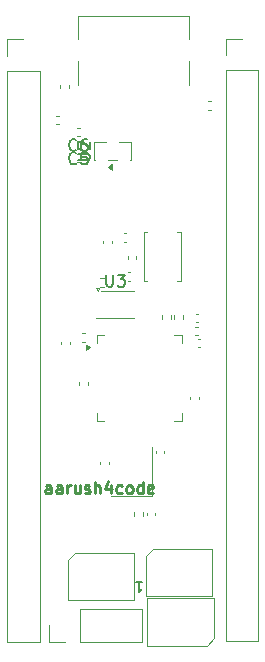
<source format=gbr>
%TF.GenerationSoftware,KiCad,Pcbnew,9.0.6*%
%TF.CreationDate,2025-12-07T15:32:32-06:00*%
%TF.ProjectId,Devboard,44657662-6f61-4726-942e-6b696361645f,rev?*%
%TF.SameCoordinates,Original*%
%TF.FileFunction,Legend,Top*%
%TF.FilePolarity,Positive*%
%FSLAX46Y46*%
G04 Gerber Fmt 4.6, Leading zero omitted, Abs format (unit mm)*
G04 Created by KiCad (PCBNEW 9.0.6) date 2025-12-07 15:32:32*
%MOMM*%
%LPD*%
G01*
G04 APERTURE LIST*
%ADD10C,0.250000*%
%ADD11C,0.150000*%
%ADD12C,0.120000*%
G04 APERTURE END LIST*
D10*
X203981139Y-99064619D02*
X203981139Y-98540809D01*
X203981139Y-98540809D02*
X203933520Y-98445571D01*
X203933520Y-98445571D02*
X203838282Y-98397952D01*
X203838282Y-98397952D02*
X203647806Y-98397952D01*
X203647806Y-98397952D02*
X203552568Y-98445571D01*
X203981139Y-99017000D02*
X203885901Y-99064619D01*
X203885901Y-99064619D02*
X203647806Y-99064619D01*
X203647806Y-99064619D02*
X203552568Y-99017000D01*
X203552568Y-99017000D02*
X203504949Y-98921761D01*
X203504949Y-98921761D02*
X203504949Y-98826523D01*
X203504949Y-98826523D02*
X203552568Y-98731285D01*
X203552568Y-98731285D02*
X203647806Y-98683666D01*
X203647806Y-98683666D02*
X203885901Y-98683666D01*
X203885901Y-98683666D02*
X203981139Y-98636047D01*
X204885901Y-99064619D02*
X204885901Y-98540809D01*
X204885901Y-98540809D02*
X204838282Y-98445571D01*
X204838282Y-98445571D02*
X204743044Y-98397952D01*
X204743044Y-98397952D02*
X204552568Y-98397952D01*
X204552568Y-98397952D02*
X204457330Y-98445571D01*
X204885901Y-99017000D02*
X204790663Y-99064619D01*
X204790663Y-99064619D02*
X204552568Y-99064619D01*
X204552568Y-99064619D02*
X204457330Y-99017000D01*
X204457330Y-99017000D02*
X204409711Y-98921761D01*
X204409711Y-98921761D02*
X204409711Y-98826523D01*
X204409711Y-98826523D02*
X204457330Y-98731285D01*
X204457330Y-98731285D02*
X204552568Y-98683666D01*
X204552568Y-98683666D02*
X204790663Y-98683666D01*
X204790663Y-98683666D02*
X204885901Y-98636047D01*
X205362092Y-99064619D02*
X205362092Y-98397952D01*
X205362092Y-98588428D02*
X205409711Y-98493190D01*
X205409711Y-98493190D02*
X205457330Y-98445571D01*
X205457330Y-98445571D02*
X205552568Y-98397952D01*
X205552568Y-98397952D02*
X205647806Y-98397952D01*
X206409711Y-98397952D02*
X206409711Y-99064619D01*
X205981140Y-98397952D02*
X205981140Y-98921761D01*
X205981140Y-98921761D02*
X206028759Y-99017000D01*
X206028759Y-99017000D02*
X206123997Y-99064619D01*
X206123997Y-99064619D02*
X206266854Y-99064619D01*
X206266854Y-99064619D02*
X206362092Y-99017000D01*
X206362092Y-99017000D02*
X206409711Y-98969380D01*
X206838283Y-99017000D02*
X206933521Y-99064619D01*
X206933521Y-99064619D02*
X207123997Y-99064619D01*
X207123997Y-99064619D02*
X207219235Y-99017000D01*
X207219235Y-99017000D02*
X207266854Y-98921761D01*
X207266854Y-98921761D02*
X207266854Y-98874142D01*
X207266854Y-98874142D02*
X207219235Y-98778904D01*
X207219235Y-98778904D02*
X207123997Y-98731285D01*
X207123997Y-98731285D02*
X206981140Y-98731285D01*
X206981140Y-98731285D02*
X206885902Y-98683666D01*
X206885902Y-98683666D02*
X206838283Y-98588428D01*
X206838283Y-98588428D02*
X206838283Y-98540809D01*
X206838283Y-98540809D02*
X206885902Y-98445571D01*
X206885902Y-98445571D02*
X206981140Y-98397952D01*
X206981140Y-98397952D02*
X207123997Y-98397952D01*
X207123997Y-98397952D02*
X207219235Y-98445571D01*
X207695426Y-99064619D02*
X207695426Y-98064619D01*
X208123997Y-99064619D02*
X208123997Y-98540809D01*
X208123997Y-98540809D02*
X208076378Y-98445571D01*
X208076378Y-98445571D02*
X207981140Y-98397952D01*
X207981140Y-98397952D02*
X207838283Y-98397952D01*
X207838283Y-98397952D02*
X207743045Y-98445571D01*
X207743045Y-98445571D02*
X207695426Y-98493190D01*
X209028759Y-98397952D02*
X209028759Y-99064619D01*
X208790664Y-98017000D02*
X208552569Y-98731285D01*
X208552569Y-98731285D02*
X209171616Y-98731285D01*
X209981140Y-99017000D02*
X209885902Y-99064619D01*
X209885902Y-99064619D02*
X209695426Y-99064619D01*
X209695426Y-99064619D02*
X209600188Y-99017000D01*
X209600188Y-99017000D02*
X209552569Y-98969380D01*
X209552569Y-98969380D02*
X209504950Y-98874142D01*
X209504950Y-98874142D02*
X209504950Y-98588428D01*
X209504950Y-98588428D02*
X209552569Y-98493190D01*
X209552569Y-98493190D02*
X209600188Y-98445571D01*
X209600188Y-98445571D02*
X209695426Y-98397952D01*
X209695426Y-98397952D02*
X209885902Y-98397952D01*
X209885902Y-98397952D02*
X209981140Y-98445571D01*
X210552569Y-99064619D02*
X210457331Y-99017000D01*
X210457331Y-99017000D02*
X210409712Y-98969380D01*
X210409712Y-98969380D02*
X210362093Y-98874142D01*
X210362093Y-98874142D02*
X210362093Y-98588428D01*
X210362093Y-98588428D02*
X210409712Y-98493190D01*
X210409712Y-98493190D02*
X210457331Y-98445571D01*
X210457331Y-98445571D02*
X210552569Y-98397952D01*
X210552569Y-98397952D02*
X210695426Y-98397952D01*
X210695426Y-98397952D02*
X210790664Y-98445571D01*
X210790664Y-98445571D02*
X210838283Y-98493190D01*
X210838283Y-98493190D02*
X210885902Y-98588428D01*
X210885902Y-98588428D02*
X210885902Y-98874142D01*
X210885902Y-98874142D02*
X210838283Y-98969380D01*
X210838283Y-98969380D02*
X210790664Y-99017000D01*
X210790664Y-99017000D02*
X210695426Y-99064619D01*
X210695426Y-99064619D02*
X210552569Y-99064619D01*
X211743045Y-99064619D02*
X211743045Y-98064619D01*
X211743045Y-99017000D02*
X211647807Y-99064619D01*
X211647807Y-99064619D02*
X211457331Y-99064619D01*
X211457331Y-99064619D02*
X211362093Y-99017000D01*
X211362093Y-99017000D02*
X211314474Y-98969380D01*
X211314474Y-98969380D02*
X211266855Y-98874142D01*
X211266855Y-98874142D02*
X211266855Y-98588428D01*
X211266855Y-98588428D02*
X211314474Y-98493190D01*
X211314474Y-98493190D02*
X211362093Y-98445571D01*
X211362093Y-98445571D02*
X211457331Y-98397952D01*
X211457331Y-98397952D02*
X211647807Y-98397952D01*
X211647807Y-98397952D02*
X211743045Y-98445571D01*
X212600188Y-99017000D02*
X212504950Y-99064619D01*
X212504950Y-99064619D02*
X212314474Y-99064619D01*
X212314474Y-99064619D02*
X212219236Y-99017000D01*
X212219236Y-99017000D02*
X212171617Y-98921761D01*
X212171617Y-98921761D02*
X212171617Y-98540809D01*
X212171617Y-98540809D02*
X212219236Y-98445571D01*
X212219236Y-98445571D02*
X212314474Y-98397952D01*
X212314474Y-98397952D02*
X212504950Y-98397952D01*
X212504950Y-98397952D02*
X212600188Y-98445571D01*
X212600188Y-98445571D02*
X212647807Y-98540809D01*
X212647807Y-98540809D02*
X212647807Y-98636047D01*
X212647807Y-98636047D02*
X212171617Y-98731285D01*
D11*
X208663095Y-80554819D02*
X208663095Y-81364342D01*
X208663095Y-81364342D02*
X208710714Y-81459580D01*
X208710714Y-81459580D02*
X208758333Y-81507200D01*
X208758333Y-81507200D02*
X208853571Y-81554819D01*
X208853571Y-81554819D02*
X209044047Y-81554819D01*
X209044047Y-81554819D02*
X209139285Y-81507200D01*
X209139285Y-81507200D02*
X209186904Y-81459580D01*
X209186904Y-81459580D02*
X209234523Y-81364342D01*
X209234523Y-81364342D02*
X209234523Y-80554819D01*
X209615476Y-80554819D02*
X210234523Y-80554819D01*
X210234523Y-80554819D02*
X209901190Y-80935771D01*
X209901190Y-80935771D02*
X210044047Y-80935771D01*
X210044047Y-80935771D02*
X210139285Y-80983390D01*
X210139285Y-80983390D02*
X210186904Y-81031009D01*
X210186904Y-81031009D02*
X210234523Y-81126247D01*
X210234523Y-81126247D02*
X210234523Y-81364342D01*
X210234523Y-81364342D02*
X210186904Y-81459580D01*
X210186904Y-81459580D02*
X210139285Y-81507200D01*
X210139285Y-81507200D02*
X210044047Y-81554819D01*
X210044047Y-81554819D02*
X209758333Y-81554819D01*
X209758333Y-81554819D02*
X209663095Y-81507200D01*
X209663095Y-81507200D02*
X209615476Y-81459580D01*
X206254819Y-70874404D02*
X207064342Y-70874404D01*
X207064342Y-70874404D02*
X207159580Y-70826785D01*
X207159580Y-70826785D02*
X207207200Y-70779166D01*
X207207200Y-70779166D02*
X207254819Y-70683928D01*
X207254819Y-70683928D02*
X207254819Y-70493452D01*
X207254819Y-70493452D02*
X207207200Y-70398214D01*
X207207200Y-70398214D02*
X207159580Y-70350595D01*
X207159580Y-70350595D02*
X207064342Y-70302976D01*
X207064342Y-70302976D02*
X206254819Y-70302976D01*
X206350057Y-69874404D02*
X206302438Y-69826785D01*
X206302438Y-69826785D02*
X206254819Y-69731547D01*
X206254819Y-69731547D02*
X206254819Y-69493452D01*
X206254819Y-69493452D02*
X206302438Y-69398214D01*
X206302438Y-69398214D02*
X206350057Y-69350595D01*
X206350057Y-69350595D02*
X206445295Y-69302976D01*
X206445295Y-69302976D02*
X206540533Y-69302976D01*
X206540533Y-69302976D02*
X206683390Y-69350595D01*
X206683390Y-69350595D02*
X207254819Y-69922023D01*
X207254819Y-69922023D02*
X207254819Y-69302976D01*
X211221428Y-106612704D02*
X211678571Y-106612704D01*
X211449999Y-106612704D02*
X211449999Y-107412704D01*
X211449999Y-107412704D02*
X211526190Y-107298419D01*
X211526190Y-107298419D02*
X211602380Y-107222228D01*
X211602380Y-107222228D02*
X211678571Y-107184133D01*
X206132333Y-69973580D02*
X206084714Y-70021200D01*
X206084714Y-70021200D02*
X205941857Y-70068819D01*
X205941857Y-70068819D02*
X205846619Y-70068819D01*
X205846619Y-70068819D02*
X205703762Y-70021200D01*
X205703762Y-70021200D02*
X205608524Y-69925961D01*
X205608524Y-69925961D02*
X205560905Y-69830723D01*
X205560905Y-69830723D02*
X205513286Y-69640247D01*
X205513286Y-69640247D02*
X205513286Y-69497390D01*
X205513286Y-69497390D02*
X205560905Y-69306914D01*
X205560905Y-69306914D02*
X205608524Y-69211676D01*
X205608524Y-69211676D02*
X205703762Y-69116438D01*
X205703762Y-69116438D02*
X205846619Y-69068819D01*
X205846619Y-69068819D02*
X205941857Y-69068819D01*
X205941857Y-69068819D02*
X206084714Y-69116438D01*
X206084714Y-69116438D02*
X206132333Y-69164057D01*
X206989476Y-69068819D02*
X206799000Y-69068819D01*
X206799000Y-69068819D02*
X206703762Y-69116438D01*
X206703762Y-69116438D02*
X206656143Y-69164057D01*
X206656143Y-69164057D02*
X206560905Y-69306914D01*
X206560905Y-69306914D02*
X206513286Y-69497390D01*
X206513286Y-69497390D02*
X206513286Y-69878342D01*
X206513286Y-69878342D02*
X206560905Y-69973580D01*
X206560905Y-69973580D02*
X206608524Y-70021200D01*
X206608524Y-70021200D02*
X206703762Y-70068819D01*
X206703762Y-70068819D02*
X206894238Y-70068819D01*
X206894238Y-70068819D02*
X206989476Y-70021200D01*
X206989476Y-70021200D02*
X207037095Y-69973580D01*
X207037095Y-69973580D02*
X207084714Y-69878342D01*
X207084714Y-69878342D02*
X207084714Y-69640247D01*
X207084714Y-69640247D02*
X207037095Y-69545009D01*
X207037095Y-69545009D02*
X206989476Y-69497390D01*
X206989476Y-69497390D02*
X206894238Y-69449771D01*
X206894238Y-69449771D02*
X206703762Y-69449771D01*
X206703762Y-69449771D02*
X206608524Y-69497390D01*
X206608524Y-69497390D02*
X206560905Y-69545009D01*
X206560905Y-69545009D02*
X206513286Y-69640247D01*
X206141333Y-71101580D02*
X206093714Y-71149200D01*
X206093714Y-71149200D02*
X205950857Y-71196819D01*
X205950857Y-71196819D02*
X205855619Y-71196819D01*
X205855619Y-71196819D02*
X205712762Y-71149200D01*
X205712762Y-71149200D02*
X205617524Y-71053961D01*
X205617524Y-71053961D02*
X205569905Y-70958723D01*
X205569905Y-70958723D02*
X205522286Y-70768247D01*
X205522286Y-70768247D02*
X205522286Y-70625390D01*
X205522286Y-70625390D02*
X205569905Y-70434914D01*
X205569905Y-70434914D02*
X205617524Y-70339676D01*
X205617524Y-70339676D02*
X205712762Y-70244438D01*
X205712762Y-70244438D02*
X205855619Y-70196819D01*
X205855619Y-70196819D02*
X205950857Y-70196819D01*
X205950857Y-70196819D02*
X206093714Y-70244438D01*
X206093714Y-70244438D02*
X206141333Y-70292057D01*
X207046095Y-70196819D02*
X206569905Y-70196819D01*
X206569905Y-70196819D02*
X206522286Y-70673009D01*
X206522286Y-70673009D02*
X206569905Y-70625390D01*
X206569905Y-70625390D02*
X206665143Y-70577771D01*
X206665143Y-70577771D02*
X206903238Y-70577771D01*
X206903238Y-70577771D02*
X206998476Y-70625390D01*
X206998476Y-70625390D02*
X207046095Y-70673009D01*
X207046095Y-70673009D02*
X207093714Y-70768247D01*
X207093714Y-70768247D02*
X207093714Y-71006342D01*
X207093714Y-71006342D02*
X207046095Y-71101580D01*
X207046095Y-71101580D02*
X206998476Y-71149200D01*
X206998476Y-71149200D02*
X206903238Y-71196819D01*
X206903238Y-71196819D02*
X206665143Y-71196819D01*
X206665143Y-71196819D02*
X206569905Y-71149200D01*
X206569905Y-71149200D02*
X206522286Y-71101580D01*
D12*
%TO.C,C11*%
X216242164Y-84560000D02*
X216457836Y-84560000D01*
X216242164Y-83840000D02*
X216457836Y-83840000D01*
%TO.C,C12*%
X216192164Y-84940000D02*
X216407836Y-84940000D01*
X216192164Y-85660000D02*
X216407836Y-85660000D01*
%TO.C,C2*%
X216510000Y-90892164D02*
X216510000Y-91107836D01*
X215790000Y-90892164D02*
X215790000Y-91107836D01*
%TO.C,U3*%
X207945000Y-81910000D02*
X207805000Y-81720000D01*
X208085000Y-81720000D01*
X207945000Y-81910000D01*
G36*
X207945000Y-81910000D02*
G01*
X207805000Y-81720000D01*
X208085000Y-81720000D01*
X207945000Y-81910000D01*
G37*
X211035000Y-84185000D02*
X207815000Y-84185000D01*
X208239432Y-81915000D02*
X211035000Y-81915000D01*
%TO.C,U2*%
X207640000Y-70872500D02*
X207640000Y-69352500D01*
X207690000Y-70872500D02*
X207640000Y-70872500D01*
X209590000Y-70872500D02*
X208810000Y-70872500D01*
X210760000Y-70872500D02*
X210710000Y-70872500D01*
X207640000Y-69352500D02*
X208640000Y-69352500D01*
X209760000Y-69352500D02*
X210760000Y-69352500D01*
X210760000Y-69352500D02*
X210760000Y-70872500D01*
X209150000Y-71652500D02*
X208820000Y-71412500D01*
X209150000Y-71172500D01*
X209150000Y-71652500D01*
G36*
X209150000Y-71652500D02*
G01*
X208820000Y-71412500D01*
X209150000Y-71172500D01*
X209150000Y-71652500D01*
G37*
%TO.C,C17*%
X208409000Y-77664164D02*
X208409000Y-77879836D01*
X209129000Y-77664164D02*
X209129000Y-77879836D01*
%TO.C,C8*%
X210707836Y-80340000D02*
X210492164Y-80340000D01*
X210707836Y-81060000D02*
X210492164Y-81060000D01*
%TO.C,C16*%
X212090000Y-100907836D02*
X212090000Y-100692164D01*
X212810000Y-100907836D02*
X212810000Y-100692164D01*
%TO.C,C3*%
X216392164Y-85990000D02*
X216607836Y-85990000D01*
X216392164Y-86710000D02*
X216607836Y-86710000D01*
%TO.C,J1*%
X206263000Y-60569000D02*
X206263000Y-58669000D01*
X206263000Y-64469000D02*
X206263000Y-62469000D01*
X215663000Y-58669000D02*
X206263000Y-58669000D01*
X215663000Y-60569000D02*
X215663000Y-58669000D01*
X215663000Y-64469000D02*
X215663000Y-62469000D01*
%TO.C,C9*%
X212840000Y-95442164D02*
X212840000Y-95657836D01*
X213560000Y-95442164D02*
X213560000Y-95657836D01*
%TO.C,J3*%
X218784000Y-60578000D02*
X220164000Y-60578000D01*
X218784000Y-61958000D02*
X218784000Y-60578000D01*
X218784000Y-63228000D02*
X218784000Y-111598000D01*
X218784000Y-63228000D02*
X221544000Y-63228000D01*
X218784000Y-111598000D02*
X221544000Y-111598000D01*
X221544000Y-63228000D02*
X221544000Y-111598000D01*
%TO.C,C4*%
X206406836Y-70328000D02*
X206191164Y-70328000D01*
X206406836Y-71048000D02*
X206191164Y-71048000D01*
%TO.C,C10*%
X204840000Y-86242164D02*
X204840000Y-86457836D01*
X205560000Y-86242164D02*
X205560000Y-86457836D01*
%TO.C,C1*%
X210490000Y-79207836D02*
X210490000Y-78992164D01*
X211210000Y-79207836D02*
X211210000Y-78992164D01*
%TO.C,R2*%
X211780000Y-100656359D02*
X211780000Y-100963641D01*
X211020000Y-100656359D02*
X211020000Y-100963641D01*
%TO.C,R7*%
X208463641Y-80820000D02*
X208156359Y-80820000D01*
X208463641Y-81580000D02*
X208156359Y-81580000D01*
%TO.C,C15*%
X208140000Y-96607836D02*
X208140000Y-96392164D01*
X208860000Y-96607836D02*
X208860000Y-96392164D01*
%TO.C,J2*%
X200261000Y-60631000D02*
X201641000Y-60631000D01*
X200261000Y-62011000D02*
X200261000Y-60631000D01*
X200261000Y-63281000D02*
X200261000Y-111651000D01*
X200261000Y-63281000D02*
X203021000Y-63281000D01*
X200261000Y-111651000D02*
X203021000Y-111651000D01*
X203021000Y-63281000D02*
X203021000Y-111651000D01*
%TO.C,C14*%
X204648836Y-67828000D02*
X204433164Y-67828000D01*
X204648836Y-67108000D02*
X204433164Y-67108000D01*
%TO.C,D1*%
X205450000Y-104700000D02*
X205450000Y-108100000D01*
X205450000Y-104700000D02*
X206050000Y-104100000D01*
X211050000Y-104100000D02*
X206050000Y-104100000D01*
X211050000Y-108100000D02*
X205450000Y-108100000D01*
X211050000Y-108100000D02*
X211050000Y-104100000D01*
%TO.C,R5*%
X213370000Y-83996359D02*
X213370000Y-84303641D01*
X214130000Y-83996359D02*
X214130000Y-84303641D01*
%TO.C,C7*%
X206390000Y-89857836D02*
X206390000Y-89642164D01*
X207110000Y-89857836D02*
X207110000Y-89642164D01*
%TO.C,J4*%
X203820000Y-111630000D02*
X203820000Y-110250000D01*
X205200000Y-111630000D02*
X203820000Y-111630000D01*
X206470000Y-108870000D02*
X211660000Y-108870000D01*
X206470000Y-111630000D02*
X206470000Y-108870000D01*
X206470000Y-111630000D02*
X211660000Y-111630000D01*
X211660000Y-111630000D02*
X211660000Y-108870000D01*
%TO.C,Y1*%
X209090000Y-99260000D02*
X212510000Y-99260000D01*
X212510000Y-99260000D02*
X212510000Y-95140000D01*
%TO.C,D2*%
X217650000Y-107750000D02*
X217650000Y-103750000D01*
X217650000Y-107750000D02*
X212050000Y-107750000D01*
X217650000Y-103750000D02*
X212650000Y-103750000D01*
X212050000Y-104350000D02*
X212650000Y-103750000D01*
X212050000Y-104350000D02*
X212050000Y-107750000D01*
%TO.C,C6*%
X206406836Y-68094000D02*
X206191164Y-68094000D01*
X206406836Y-68814000D02*
X206191164Y-68814000D01*
%TO.C,R3*%
X204773000Y-64764641D02*
X204773000Y-64457359D01*
X205533000Y-64764641D02*
X205533000Y-64457359D01*
%TO.C,R4*%
X214420000Y-83996359D02*
X214420000Y-84303641D01*
X215180000Y-83996359D02*
X215180000Y-84303641D01*
%TO.C,C13*%
X210142164Y-77040000D02*
X210357836Y-77040000D01*
X210142164Y-77760000D02*
X210357836Y-77760000D01*
%TO.C,SW1*%
X211830000Y-76980000D02*
X212130000Y-76980000D01*
X211830000Y-81120000D02*
X211830000Y-76980000D01*
X212130000Y-81120000D02*
X211830000Y-81120000D01*
X214670000Y-76980000D02*
X214970000Y-76980000D01*
X214970000Y-76980000D02*
X214970000Y-81120000D01*
X214970000Y-81120000D02*
X214670000Y-81120000D01*
%TO.C,D3*%
X217750000Y-111350000D02*
X217750000Y-107950000D01*
X217750000Y-111350000D02*
X217150000Y-111950000D01*
X212150000Y-111950000D02*
X217150000Y-111950000D01*
X212150000Y-107950000D02*
X217750000Y-107950000D01*
X212150000Y-107950000D02*
X212150000Y-111950000D01*
%TO.C,C5*%
X206415836Y-69222000D02*
X206200164Y-69222000D01*
X206415836Y-69942000D02*
X206200164Y-69942000D01*
%TO.C,U1*%
X207837500Y-85696000D02*
X208487500Y-85696000D01*
X207837500Y-86346000D02*
X207837500Y-85696000D01*
X207837500Y-92916000D02*
X207837500Y-92266000D01*
X208487500Y-92916000D02*
X207837500Y-92916000D01*
X214407500Y-85696000D02*
X215057500Y-85696000D01*
X215057500Y-85696000D02*
X215057500Y-86346000D01*
X215057500Y-92266000D02*
X215057500Y-92916000D01*
X215057500Y-92916000D02*
X214407500Y-92916000D01*
X207307500Y-86706000D02*
X206977500Y-86946000D01*
X206977500Y-86466000D01*
X207307500Y-86706000D01*
G36*
X207307500Y-86706000D02*
G01*
X206977500Y-86946000D01*
X206977500Y-86466000D01*
X207307500Y-86706000D01*
G37*
%TO.C,R1*%
X217239359Y-65849000D02*
X217546641Y-65849000D01*
X217239359Y-66609000D02*
X217546641Y-66609000D01*
%TO.C,R6*%
X206573359Y-85485000D02*
X206880641Y-85485000D01*
X206573359Y-86245000D02*
X206880641Y-86245000D01*
%TD*%
M02*

</source>
